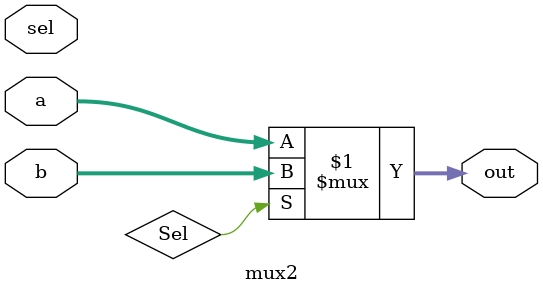
<source format=v>
/***************************************************
 * Modulo: mux2
 * Projeto: mips32
 ***************************************************/
module mux2(a, b, sel, out);
	input[31:0] a, b;
	input sel;
	output[31:0] out;
	
	assign out = (Sel) ? b : a;
endmodule

</source>
